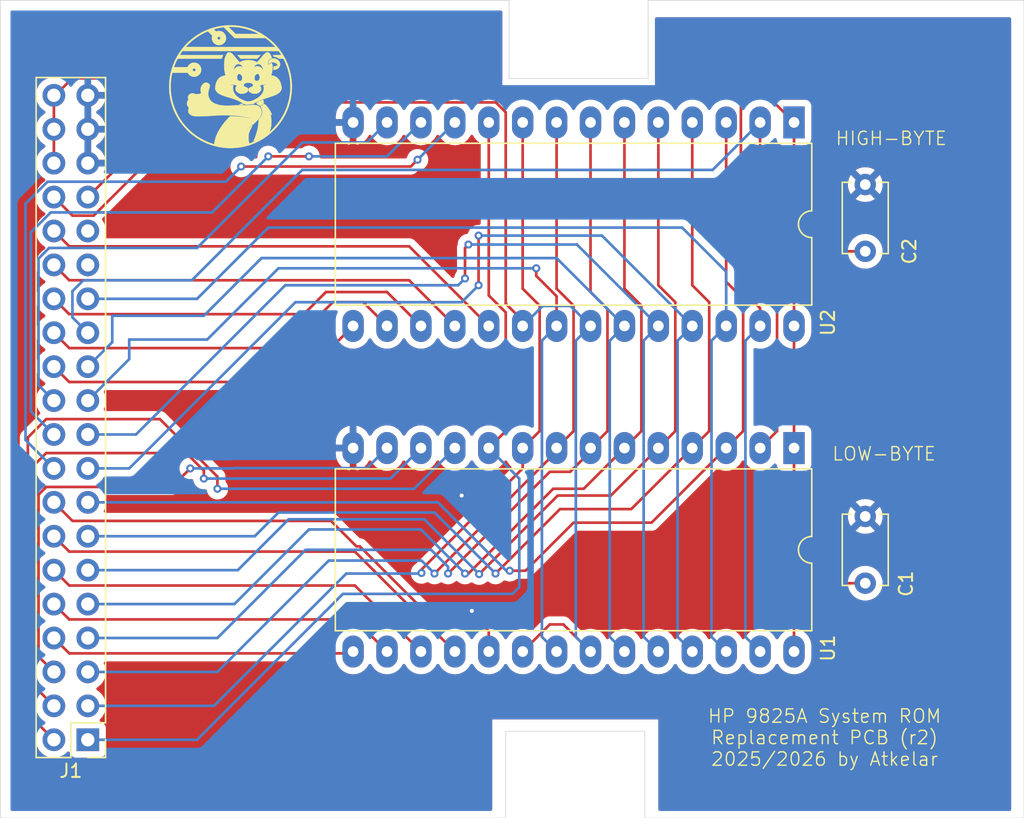
<source format=kicad_pcb>
(kicad_pcb (version 20221018) (generator pcbnew)
  (layers (0 "F.Cu" signal) (31 "B.Cu" signal) (34 "B.Paste" user) (35 "F.Paste" user) (36 "B.SilkS" user "B.Silkscreen") (37 "F.SilkS" user "F.Silkscreen") (38 "B.Mask" user) (39 "F.Mask" user) (44 "Edge.Cuts" user))
  (net 0 "")
  (net 1 "VCC")
  (net 2 "GND")
  (net 3 "/A0")
  (net 4 "/D0")
  (net 5 "/A1")
  (net 6 "/D1")
  (net 7 "/A2")
  (net 8 "/D2")
  (net 9 "/A3")
  (net 10 "/D3")
  (net 11 "/A4")
  (net 12 "/D4")
  (net 13 "/A5")
  (net 14 "/D5")
  (net 15 "/A6")
  (net 16 "/D6")
  (net 17 "/A7")
  (net 18 "/D7")
  (net 19 "/A8")
  (net 20 "/D8")
  (net 21 "/A9")
  (net 22 "/D9")
  (net 23 "/A10")
  (net 24 "/D10")
  (net 25 "/A11")
  (net 26 "/D11")
  (net 27 "/A12")
  (net 28 "/D12")
  (net 29 "/A13")
  (net 30 "/D13")
  (net 31 "/A14")
  (net 32 "/D14")
  (net 33 "/A15")
  (net 34 "/D15")
  (net 35 "/BankSel")
  (net 36 "/~{SYSROM}")
  (footprint "Package_DIP:DIP-28_W15.24mm_LongPads" (layer "F.Cu") (at 163.576 103.378 -90)
    (fp_text reference "U1" (at 14.986 -2.54 90) (layer "F.SilkS"))
    (fp_text value "TC57256AD")
    (pad "1" thru_hole rect (at 0 0 270) (size 2.4 1.6) (drill 0.8) (layers "*.Cu" "*.Mask") (net 1 "VCC"))
    (pad "2" thru_hole oval (at 0 2.54 270) (size 2.4 1.6) (drill 0.8) (layers "*.Cu" "*.Mask") (net 27 "/A12"))
    (pad "3" thru_hole oval (at 0 5.08 270) (size 2.4 1.6) (drill 0.8) (layers "*.Cu" "*.Mask") (net 17 "/A7"))
    (pad "4" thru_hole oval (at 0 7.62 270) (size 2.4 1.6) (drill 0.8) (layers "*.Cu" "*.Mask") (net 15 "/A6"))
    (pad "5" thru_hole oval (at 0 10.16 270) (size 2.4 1.6) (drill 0.8) (layers "*.Cu" "*.Mask") (net 13 "/A5"))
    (pad "6" thru_hole oval (at 0 12.7 270) (size 2.4 1.6) (drill 0.8) (layers "*.Cu" "*.Mask") (net 11 "/A4"))
    (pad "7" thru_hole oval (at 0 15.24 270) (size 2.4 1.6) (drill 0.8) (layers "*.Cu" "*.Mask") (net 9 "/A3"))
    (pad "8" thru_hole oval (at 0 17.78 270) (size 2.4 1.6) (drill 0.8) (layers "*.Cu" "*.Mask") (net 7 "/A2"))
    (pad "9" thru_hole oval (at 0 20.32 270) (size 2.4 1.6) (drill 0.8) (layers "*.Cu" "*.Mask") (net 5 "/A1"))
    (pad "10" thru_hole oval (at 0 22.86 270) (size 2.4 1.6) (drill 0.8) (layers "*.Cu" "*.Mask") (net 3 "/A0"))
    (pad "11" thru_hole oval (at 0 25.4 270) (size 2.4 1.6) (drill 0.8) (layers "*.Cu" "*.Mask") (net 4 "/D0"))
    (pad "12" thru_hole oval (at 0 27.94 270) (size 2.4 1.6) (drill 0.8) (layers "*.Cu" "*.Mask") (net 6 "/D1"))
    (pad "13" thru_hole oval (at 0 30.48 270) (size 2.4 1.6) (drill 0.8) (layers "*.Cu" "*.Mask") (net 8 "/D2"))
    (pad "14" thru_hole oval (at 0 33.02 270) (size 2.4 1.6) (drill 0.8) (layers "*.Cu" "*.Mask") (net 2 "GND"))
    (pad "15" thru_hole oval (at 15.24 33.02 270) (size 2.4 1.6) (drill 0.8) (layers "*.Cu" "*.Mask") (net 10 "/D3"))
    (pad "16" thru_hole oval (at 15.24 30.48 270) (size 2.4 1.6) (drill 0.8) (layers "*.Cu" "*.Mask") (net 12 "/D4"))
    (pad "17" thru_hole oval (at 15.24 27.94 270) (size 2.4 1.6) (drill 0.8) (layers "*.Cu" "*.Mask") (net 14 "/D5"))
    (pad "18" thru_hole oval (at 15.24 25.4 270) (size 2.4 1.6) (drill 0.8) (layers "*.Cu" "*.Mask") (net 16 "/D6"))
    (pad "19" thru_hole oval (at 15.24 22.86 270) (size 2.4 1.6) (drill 0.8) (layers "*.Cu" "*.Mask") (net 18 "/D7"))
    (pad "20" thru_hole oval (at 15.24 20.32 270) (size 2.4 1.6) (drill 0.8) (layers "*.Cu" "*.Mask") (net 36 "/~{SYSROM}"))
    (pad "21" thru_hole oval (at 15.24 17.78 270) (size 2.4 1.6) (drill 0.8) (layers "*.Cu" "*.Mask") (net 23 "/A10"))
    (pad "22" thru_hole oval (at 15.24 15.24 270) (size 2.4 1.6) (drill 0.8) (layers "*.Cu" "*.Mask") (net 36 "/~{SYSROM}"))
    (pad "23" thru_hole oval (at 15.24 12.7 270) (size 2.4 1.6) (drill 0.8) (layers "*.Cu" "*.Mask") (net 25 "/A11"))
    (pad "24" thru_hole oval (at 15.24 10.16 270) (size 2.4 1.6) (drill 0.8) (layers "*.Cu" "*.Mask") (net 21 "/A9"))
    (pad "25" thru_hole oval (at 15.24 7.62 270) (size 2.4 1.6) (drill 0.8) (layers "*.Cu" "*.Mask") (net 19 "/A8"))
    (pad "26" thru_hole oval (at 15.24 5.08 270) (size 2.4 1.6) (drill 0.8) (layers "*.Cu" "*.Mask") (net 29 "/A13"))
    (pad "27" thru_hole oval (at 15.24 2.54 270) (size 2.4 1.6) (drill 0.8) (layers "*.Cu" "*.Mask") (net 35 "/BankSel"))
    (pad "28" thru_hole oval (at 15.24 0 270) (size 2.4 1.6) (drill 0.8) (layers "*.Cu" "*.Mask") (net 1 "VCC"))
  )
  (footprint "Atkelar_Custom:Atkelar-Logo-2" (layer "F.Cu") (at 121.412 76.2)
    (fp_text reference "G***" hide)
    (fp_text value "LOGO" hide)
  )
  (footprint "Connector_PinHeader_2.54mm:PinHeader_2x20_P2.54mm_Vertical" (layer "F.Cu") (at 110.69 125.222 180)
    (fp_text reference "J1" (at 1.27 -2.33) (layer "F.SilkS"))
    (fp_text value "ROM-PCB")
    (pad "1" thru_hole rect (at 0 0 180) (size 1.7 1.7) (drill 1) (layers "*.Cu" "*.Mask") (net 3 "/A0"))
    (pad "2" thru_hole oval (at 2.54 0 180) (size 1.7 1.7) (drill 1) (layers "*.Cu" "*.Mask") (net 4 "/D0"))
    (pad "3" thru_hole oval (at 0 2.54 180) (size 1.7 1.7) (drill 1) (layers "*.Cu" "*.Mask") (net 5 "/A1"))
    (pad "4" thru_hole oval (at 2.54 2.54 180) (size 1.7 1.7) (drill 1) (layers "*.Cu" "*.Mask") (net 6 "/D1"))
    (pad "5" thru_hole oval (at 0 5.08 180) (size 1.7 1.7) (drill 1) (layers "*.Cu" "*.Mask") (net 7 "/A2"))
    (pad "6" thru_hole oval (at 2.54 5.08 180) (size 1.7 1.7) (drill 1) (layers "*.Cu" "*.Mask") (net 8 "/D2"))
    (pad "7" thru_hole oval (at 0 7.62 180) (size 1.7 1.7) (drill 1) (layers "*.Cu" "*.Mask") (net 9 "/A3"))
    (pad "8" thru_hole oval (at 2.54 7.62 180) (size 1.7 1.7) (drill 1) (layers "*.Cu" "*.Mask") (net 10 "/D3"))
    (pad "9" thru_hole oval (at 0 10.16 180) (size 1.7 1.7) (drill 1) (layers "*.Cu" "*.Mask") (net 11 "/A4"))
    (pad "10" thru_hole oval (at 2.54 10.16 180) (size 1.7 1.7) (drill 1) (layers "*.Cu" "*.Mask") (net 12 "/D4"))
    (pad "11" thru_hole oval (at 0 12.7 180) (size 1.7 1.7) (drill 1) (layers "*.Cu" "*.Mask") (net 13 "/A5"))
    (pad "12" thru_hole oval (at 2.54 12.7 180) (size 1.7 1.7) (drill 1) (layers "*.Cu" "*.Mask") (net 14 "/D5"))
    (pad "13" thru_hole oval (at 0 15.24 180) (size 1.7 1.7) (drill 1) (layers "*.Cu" "*.Mask") (net 15 "/A6"))
    (pad "14" thru_hole oval (at 2.54 15.24 180) (size 1.7 1.7) (drill 1) (layers "*.Cu" "*.Mask") (net 16 "/D6"))
    (pad "15" thru_hole oval (at 0 17.78 180) (size 1.7 1.7) (drill 1) (layers "*.Cu" "*.Mask") (net 17 "/A7"))
    (pad "16" thru_hole oval (at 2.54 17.78 180) (size 1.7 1.7) (drill 1) (layers "*.Cu" "*.Mask") (net 18 "/D7"))
    (pad "17" thru_hole oval (at 0 20.32 180) (size 1.7 1.7) (drill 1) (layers "*.Cu" "*.Mask") (net 19 "/A8"))
    (pad "18" thru_hole oval (at 2.54 20.32 180) (size 1.7 1.7) (drill 1) (layers "*.Cu" "*.Mask") (net 20 "/D8"))
    (pad "19" thru_hole oval (at 0 22.86 180) (size 1.7 1.7) (drill 1) (layers "*.Cu" "*.Mask") (net 21 "/A9"))
    (pad "20" thru_hole oval (at 2.54 22.86 180) (size 1.7 1.7) (drill 1) (layers "*.Cu" "*.Mask") (net 22 "/D9"))
    (pad "21" thru_hole oval (at 0 25.4 180) (size 1.7 1.7) (drill 1) (layers "*.Cu" "*.Mask") (net 23 "/A10"))
    (pad "22" thru_hole oval (at 2.54 25.4 180) (size 1.7 1.7) (drill 1) (layers "*.Cu" "*.Mask") (net 24 "/D10"))
    (pad "23" thru_hole oval (at 0 27.94 180) (size 1.7 1.7) (drill 1) (layers "*.Cu" "*.Mask") (net 25 "/A11"))
    (pad "24" thru_hole oval (at 2.54 27.94 180) (size 1.7 1.7) (drill 1) (layers "*.Cu" "*.Mask") (net 26 "/D11"))
    (pad "25" thru_hole oval (at 0 30.48 180) (size 1.7 1.7) (drill 1) (layers "*.Cu" "*.Mask") (net 27 "/A12"))
    (pad "26" thru_hole oval (at 2.54 30.48 180) (size 1.7 1.7) (drill 1) (layers "*.Cu" "*.Mask") (net 28 "/D12"))
    (pad "27" thru_hole oval (at 0 33.02 180) (size 1.7 1.7) (drill 1) (layers "*.Cu" "*.Mask") (net 29 "/A13"))
    (pad "28" thru_hole oval (at 2.54 33.02 180) (size 1.7 1.7) (drill 1) (layers "*.Cu" "*.Mask") (net 30 "/D13"))
    (pad "29" thru_hole oval (at 0 35.56 180) (size 1.7 1.7) (drill 1) (layers "*.Cu" "*.Mask") (net 31 "/A14"))
    (pad "30" thru_hole oval (at 2.54 35.56 180) (size 1.7 1.7) (drill 1) (layers "*.Cu" "*.Mask") (net 32 "/D14"))
    (pad "31" thru_hole oval (at 0 38.1 180) (size 1.7 1.7) (drill 1) (layers "*.Cu" "*.Mask") (net 33 "/A15"))
    (pad "32" thru_hole oval (at 2.54 38.1 180) (size 1.7 1.7) (drill 1) (layers "*.Cu" "*.Mask") (net 34 "/D15"))
    (pad "33" thru_hole oval (at 0 40.64 180) (size 1.7 1.7) (drill 1) (layers "*.Cu" "*.Mask") (net 35 "/BankSel"))
    (pad "34" thru_hole oval (at 2.54 40.64 180) (size 1.7 1.7) (drill 1) (layers "*.Cu" "*.Mask") (net 36 "/~{SYSROM}"))
    (pad "35" thru_hole oval (at 0 43.18 180) (size 1.7 1.7) (drill 1) (layers "*.Cu" "*.Mask") (net 2 "GND"))
    (pad "36" thru_hole oval (at 2.54 43.18 180) (size 1.7 1.7) (drill 1) (layers "*.Cu" "*.Mask") (net 1 "VCC"))
    (pad "37" thru_hole oval (at 0 45.72 180) (size 1.7 1.7) (drill 1) (layers "*.Cu" "*.Mask") (net 2 "GND"))
    (pad "38" thru_hole oval (at 2.54 45.72 180) (size 1.7 1.7) (drill 1) (layers "*.Cu" "*.Mask") (net 1 "VCC"))
    (pad "39" thru_hole oval (at 0 48.26 180) (size 1.7 1.7) (drill 1) (layers "*.Cu" "*.Mask") (net 2 "GND"))
    (pad "40" thru_hole oval (at 2.54 48.26 180) (size 1.7 1.7) (drill 1) (layers "*.Cu" "*.Mask") (net 1 "VCC"))
  )
  (footprint "Capacitor_THT:C_Disc_D5.1mm_W3.2mm_P5.00mm" (layer "F.Cu") (at 168.91 88.646 90)
    (fp_text reference "C2" (at 0 3.302 90) (layer "F.SilkS"))
    (fp_text value "C" hide)
    (pad "1" thru_hole circle (at 0 0 90) (size 1.6 1.6) (drill 0.8) (layers "*.Cu" "*.Mask") (net 1 "VCC"))
    (pad "2" thru_hole circle (at 5 0 90) (size 1.6 1.6) (drill 0.8) (layers "*.Cu" "*.Mask") (net 2 "GND"))
  )
  (footprint "Capacitor_THT:C_Disc_D5.1mm_W3.2mm_P5.00mm" (layer "F.Cu") (at 168.91 113.498 90)
    (fp_text reference "C1" (at -0.04 3.048 90) (layer "F.SilkS"))
    (fp_text value "C" hide)
    (pad "1" thru_hole circle (at 0 0 90) (size 1.6 1.6) (drill 0.8) (layers "*.Cu" "*.Mask") (net 1 "VCC"))
    (pad "2" thru_hole circle (at 5 0 90) (size 1.6 1.6) (drill 0.8) (layers "*.Cu" "*.Mask") (net 2 "GND"))
  )
  (footprint "Package_DIP:DIP-28_W15.24mm_LongPads" (layer "F.Cu") (at 163.576 78.994 -90)
    (fp_text reference "U2" (at 14.986 -2.54 90) (layer "F.SilkS"))
    (fp_text value "TC57256AD")
    (pad "1" thru_hole rect (at 0 0 270) (size 2.4 1.6) (drill 0.8) (layers "*.Cu" "*.Mask") (net 1 "VCC"))
    (pad "2" thru_hole oval (at 0 2.54 270) (size 2.4 1.6) (drill 0.8) (layers "*.Cu" "*.Mask") (net 27 "/A12"))
    (pad "3" thru_hole oval (at 0 5.08 270) (size 2.4 1.6) (drill 0.8) (layers "*.Cu" "*.Mask") (net 17 "/A7"))
    (pad "4" thru_hole oval (at 0 7.62 270) (size 2.4 1.6) (drill 0.8) (layers "*.Cu" "*.Mask") (net 15 "/A6"))
    (pad "5" thru_hole oval (at 0 10.16 270) (size 2.4 1.6) (drill 0.8) (layers "*.Cu" "*.Mask") (net 13 "/A5"))
    (pad "6" thru_hole oval (at 0 12.7 270) (size 2.4 1.6) (drill 0.8) (layers "*.Cu" "*.Mask") (net 11 "/A4"))
    (pad "7" thru_hole oval (at 0 15.24 270) (size 2.4 1.6) (drill 0.8) (layers "*.Cu" "*.Mask") (net 9 "/A3"))
    (pad "8" thru_hole oval (at 0 17.78 270) (size 2.4 1.6) (drill 0.8) (layers "*.Cu" "*.Mask") (net 7 "/A2"))
    (pad "9" thru_hole oval (at 0 20.32 270) (size 2.4 1.6) (drill 0.8) (layers "*.Cu" "*.Mask") (net 5 "/A1"))
    (pad "10" thru_hole oval (at 0 22.86 270) (size 2.4 1.6) (drill 0.8) (layers "*.Cu" "*.Mask") (net 3 "/A0"))
    (pad "11" thru_hole oval (at 0 25.4 270) (size 2.4 1.6) (drill 0.8) (layers "*.Cu" "*.Mask") (net 20 "/D8"))
    (pad "12" thru_hole oval (at 0 27.94 270) (size 2.4 1.6) (drill 0.8) (layers "*.Cu" "*.Mask") (net 22 "/D9"))
    (pad "13" thru_hole oval (at 0 30.48 270) (size 2.4 1.6) (drill 0.8) (layers "*.Cu" "*.Mask") (net 24 "/D10"))
    (pad "14" thru_hole oval (at 0 33.02 270) (size 2.4 1.6) (drill 0.8) (layers "*.Cu" "*.Mask") (net 2 "GND"))
    (pad "15" thru_hole oval (at 15.24 33.02 270) (size 2.4 1.6) (drill 0.8) (layers "*.Cu" "*.Mask") (net 26 "/D11"))
    (pad "16" thru_hole oval (at 15.24 30.48 270) (size 2.4 1.6) (drill 0.8) (layers "*.Cu" "*.Mask") (net 28 "/D12"))
    (pad "17" thru_hole oval (at 15.24 27.94 270) (size 2.4 1.6) (drill 0.8) (layers "*.Cu" "*.Mask") (net 30 "/D13"))
    (pad "18" thru_hole oval (at 15.24 25.4 270) (size 2.4 1.6) (drill 0.8) (layers "*.Cu" "*.Mask") (net 32 "/D14"))
    (pad "19" thru_hole oval (at 15.24 22.86 270) (size 2.4 1.6) (drill 0.8) (layers "*.Cu" "*.Mask") (net 34 "/D15"))
    (pad "20" thru_hole oval (at 15.24 20.32 270) (size 2.4 1.6) (drill 0.8) (layers "*.Cu" "*.Mask") (net 36 "/~{SYSROM}"))
    (pad "21" thru_hole oval (at 15.24 17.78 270) (size 2.4 1.6) (drill 0.8) (layers "*.Cu" "*.Mask") (net 23 "/A10"))
    (pad "22" thru_hole oval (at 15.24 15.24 270) (size 2.4 1.6) (drill 0.8) (layers "*.Cu" "*.Mask") (net 36 "/~{SYSROM}"))
    (pad "23" thru_hole oval (at 15.24 12.7 270) (size 2.4 1.6) (drill 0.8) (layers "*.Cu" "*.Mask") (net 25 "/A11"))
    (pad "24" thru_hole oval (at 15.24 10.16 270) (size 2.4 1.6) (drill 0.8) (layers "*.Cu" "*.Mask") (net 21 "/A9"))
    (pad "25" thru_hole oval (at 15.24 7.62 270) (size 2.4 1.6) (drill 0.8) (layers "*.Cu" "*.Mask") (net 19 "/A8"))
    (pad "26" thru_hole oval (at 15.24 5.08 270) (size 2.4 1.6) (drill 0.8) (layers "*.Cu" "*.Mask") (net 29 "/A13"))
    (pad "27" thru_hole oval (at 15.24 2.54 270) (size 2.4 1.6) (drill 0.8) (layers "*.Cu" "*.Mask") (net 35 "/BankSel"))
    (pad "28" thru_hole oval (at 15.24 0 270) (size 2.4 1.6) (drill 0.8) (layers "*.Cu" "*.Mask") (net 1 "VCC"))
  )
  (gr_line (start 180.794 131.064) (end 152.4 131.064) (stroke (width 0.05)) (layer "Edge.Cuts"))
  (gr_line (start 152.654 75.692) (end 152.654 69.85) (stroke (width 0.05)) (layer "Edge.Cuts"))
  (gr_line (start 180.794 69.85) (end 180.794 131.064) (stroke (width 0.05)) (layer "Edge.Cuts"))
  (gr_line (start 152.4 124.587) (end 152.4 131.064) (stroke (width 0.05)) (layer "Edge.Cuts"))
  (gr_line (start 104.14 69.85) (end 104.14 131.064) (stroke (width 0.05)) (layer "Edge.Cuts"))
  (gr_line (start 142.24 75.692) (end 152.654 75.692) (stroke (width 0.05)) (layer "Edge.Cuts"))
  (gr_line (start 104.14 69.85) (end 142.24 69.85) (stroke (width 0.05)) (layer "Edge.Cuts"))
  (gr_line (start 141.986 131.064) (end 104.14 131.064) (stroke (width 0.05)) (layer "Edge.Cuts"))
  (gr_line (start 152.654 69.85) (end 180.794 69.85) (stroke (width 0.05)) (layer "Edge.Cuts"))
  (gr_line (start 152.4 124.587) (end 141.986 124.587) (stroke (width 0.05)) (layer "Edge.Cuts"))
  (gr_line (start 141.986 124.587) (end 141.986 131.064) (stroke (width 0.05)) (layer "Edge.Cuts"))
  (gr_line (start 142.24 75.692) (end 142.24 69.85) (stroke (width 0.05)) (layer "Edge.Cuts"))
  (gr_text "HP 9825A System ROM\nReplacement PCB (r2)\n2025/2026 by Atkelar" (at 165.862 127.254) (layer "F.SilkS") (effects (font (size 1 1) (thickness 0.1)) (justify bottom)))
  (gr_text "HIGH-BYTE" (at 166.624 80.772) (layer "F.SilkS") (effects (font (size 1 1) (thickness 0.1)) (justify left bottom)))
  (gr_text "LOW-BYTE" (at 166.37 104.394) (layer "F.SilkS") (effects (font (size 1 1) (thickness 0.1)) (justify left bottom)))
  (segment (start 109.522346 75.692) (end 112.062346 75.692) (width 0.2) (layer "F.Cu") (net 1))
  (segment (start 168.91 113.498) (end 163.616 113.498) (width 0.2) (layer "F.Cu") (net 1))
  (segment (start 108.15 76.962) (end 108.15 79.502) (width 0.2) (layer "F.Cu") (net 1))
  (segment (start 112.062346 75.692) (end 112.824346 76.454) (width 0.2) (layer "F.Cu") (net 1))
  (segment (start 163.576 113.538) (end 163.576 118.618) (width 0.2) (layer "F.Cu") (net 1))
  (segment (start 112.824346 76.454) (end 161.036 76.454) (width 0.2) (layer "F.Cu") (net 1))
  (segment (start 108.15 79.502) (end 108.15 82.042) (width 0.2) (layer "F.Cu") (net 1))
  (segment (start 163.576 78.994) (end 163.576 88.646) (width 0.2) (layer "F.Cu") (net 1))
  (segment (start 161.036 76.454) (end 163.576 78.994) (width 0.2) (layer "F.Cu") (net 1))
  (segment (start 168.91 88.646) (end 163.576 88.646) (width 0.2) (layer "F.Cu") (net 1))
  (segment (start 108.658 76.556346) (end 109.522346 75.692) (width 0.2) (layer "F.Cu") (net 1))
  (segment (start 163.576 88.646) (end 163.576 94.234) (width 0.2) (layer "F.Cu") (net 1))
  (segment (start 163.576 94.234) (end 163.576 103.378) (width 0.2) (layer "F.Cu") (net 1))
  (segment (start 108.658 76.454) (end 108.658 76.556346) (width 0.2) (layer "F.Cu") (net 1))
  (segment (start 163.616 113.498) (end 163.576 113.538) (width 0.2) (layer "F.Cu") (net 1))
  (segment (start 108.15 76.962) (end 108.658 76.454) (width 0.2) (layer "F.Cu") (net 1))
  (segment (start 163.576 103.378) (end 163.576 113.538) (width 0.2) (layer "F.Cu") (net 1))
  (via (at 138.684 106.934) (size 0.6) (drill 0.3) (layers "F.Cu" "B.Cu") (net 2))
  (via (at 139.446 115.57) (size 0.6) (drill 0.3) (layers "F.Cu" "B.Cu") (net 2))
  (segment (start 140.716 91.948) (end 141.986 93.218) (width 0.2) (layer "F.Cu") (net 3))
  (segment (start 141.986 93.218) (end 141.986 102.108) (width 0.2) (layer "F.Cu") (net 3))
  (segment (start 141.986 102.108) (end 140.716 103.378) (width 0.2) (layer "F.Cu") (net 3))
  (segment (start 140.716 78.994) (end 140.716 91.948) (width 0.2) (layer "F.Cu") (net 3))
  (segment (start 143.002 105.664) (end 140.716 103.378) (width 0.2) (layer "B.Cu") (net 3))
  (segment (start 142.494 114.3) (end 143.002 113.792) (width 0.2) (layer "B.Cu") (net 3))
  (segment (start 110.69 125.222) (end 118.872 125.222) (width 0.2) (layer "B.Cu") (net 3))
  (segment (start 143.002 113.792) (end 143.002 105.664) (width 0.2) (layer "B.Cu") (net 3))
  (segment (start 129.794 114.3) (end 142.494 114.3) (width 0.2) (layer "B.Cu") (net 3))
  (segment (start 118.872 125.222) (end 129.794 114.3) (width 0.2) (layer "B.Cu") (net 3))
  (segment (start 106.2 123.272) (end 108.15 125.222) (width 0.2) (layer "F.Cu") (net 4))
  (segment (start 120.396 105.519785) (end 116.088215 101.212) (width 0.2) (layer "F.Cu") (net 4))
  (segment (start 120.396 106.426) (end 120.396 105.519785) (width 0.2) (layer "F.Cu") (net 4))
  (segment (start 116.088215 101.212) (end 107.576 101.212) (width 0.2) (layer "F.Cu") (net 4))
  (segment (start 107.576 101.212) (end 106.2 102.588) (width 0.2) (layer "F.Cu") (net 4))
  (segment (start 106.2 102.588) (end 106.2 123.272) (width 0.2) (layer "F.Cu") (net 4))
  (via (at 120.396 106.426) (size 0.6) (drill 0.3) (layers "F.Cu" "B.Cu") (net 4))
  (segment (start 138.176 103.378) (end 135.128 106.426) (width 0.2) (layer "B.Cu") (net 4))
  (segment (start 135.128 106.426) (end 120.396 106.426) (width 0.2) (layer "B.Cu") (net 4))
  (segment (start 144.526 92.71) (end 144.526 102.108) (width 0.2) (layer "F.Cu") (net 5))
  (segment (start 135.679265 112.732735) (end 135.679265 112.478735) (width 0.2) (layer "F.Cu") (net 5))
  (segment (start 143.256 91.44) (end 144.526 92.71) (width 0.2) (layer "F.Cu") (net 5))
  (segment (start 144.526 102.108) (end 143.256 103.378) (width 0.2) (layer "F.Cu") (net 5))
  (segment (start 135.679265 112.478735) (end 143.256 104.902) (width 0.2) (layer "F.Cu") (net 5))
  (segment (start 143.256 78.994) (end 143.256 91.44) (width 0.2) (layer "F.Cu") (net 5))
  (segment (start 143.256 104.902) (end 143.256 103.378) (width 0.2) (layer "F.Cu") (net 5))
  (via (at 135.679265 112.732735) (size 0.6) (drill 0.3) (layers "F.Cu" "B.Cu") (net 5))
  (segment (start 135.636 112.776) (end 130.048 112.776) (width 0.2) (layer "B.Cu") (net 5))
  (segment (start 135.679265 112.732735) (end 135.636 112.776) (width 0.2) (layer "B.Cu") (net 5))
  (segment (start 130.048 112.776) (end 120.142 122.682) (width 0.2) (layer "B.Cu") (net 5))
  (segment (start 120.142 122.682) (end 110.69 122.682) (width 0.2) (layer "B.Cu") (net 5))
  (segment (start 106.6 121.132) (end 108.15 122.682) (width 0.2) (layer "F.Cu") (net 6))
  (segment (start 107.576 103.752) (end 106.6 104.728) (width 0.2) (layer "F.Cu") (net 6))
  (segment (start 119.38 105.664) (end 119.38 105.069471) (width 0.2) (layer "F.Cu") (net 6))
  (segment (start 118.062529 103.752) (end 107.576 103.752) (width 0.2) (layer "F.Cu") (net 6))
  (segment (start 106.6 104.728) (end 106.6 121.132) (width 0.2) (layer "F.Cu") (net 6))
  (segment (start 119.38 105.069471) (end 118.062529 103.752) (width 0.2) (layer "F.Cu") (net 6))
  (via (at 119.38 105.664) (size 0.6) (drill 0.3) (layers "F.Cu" "B.Cu") (net 6))
  (segment (start 133.35 105.664) (end 119.38 105.664) (width 0.2) (layer "B.Cu") (net 6))
  (segment (start 135.636 103.378) (end 133.35 105.664) (width 0.2) (layer "B.Cu") (net 6))
  (segment (start 147.066 102.108) (end 145.796 103.378) (width 0.2) (layer "F.Cu") (net 7))
  (segment (start 147.066 92.71) (end 147.066 102.108) (width 0.2) (layer "F.Cu") (net 7))
  (segment (start 145.796 91.44) (end 147.066 92.71) (width 0.2) (layer "F.Cu") (net 7))
  (segment (start 145.796 78.994) (end 145.796 91.44) (width 0.2) (layer "F.Cu") (net 7))
  (segment (start 136.652 112.776) (end 145.796 103.632) (width 0.2) (layer "F.Cu") (net 7))
  (segment (start 145.796 103.632) (end 145.796 103.378) (width 0.2) (layer "F.Cu") (net 7))
  (via (at 136.652 112.776) (size 0.6) (drill 0.3) (layers "F.Cu" "B.Cu") (net 7))
  (segment (start 120.396 120.142) (end 110.69 120.142) (width 0.2) (layer "B.Cu") (net 7))
  (segment (start 136.652 112.776) (end 135.679265 111.803265) (width 0.2) (layer "B.Cu") (net 7))
  (segment (start 128.734735 111.803265) (end 120.396 120.142) (width 0.2) (layer "B.Cu") (net 7))
  (segment (start 135.679265 111.803265) (end 128.734735 111.803265) (width 0.2) (layer "B.Cu") (net 7))
  (segment (start 107.576 106.292) (end 107 106.868) (width 0.2) (layer "F.Cu") (net 8))
  (segment (start 107 118.992) (end 108.15 120.142) (width 0.2) (layer "F.Cu") (net 8))
  (segment (start 116.974 106.292) (end 107.576 106.292) (width 0.2) (layer "F.Cu") (net 8))
  (segment (start 118.364 104.902) (end 116.974 106.292) (width 0.2) (layer "F.Cu") (net 8))
  (segment (start 107 106.868) (end 107 118.992) (width 0.2) (layer "F.Cu") (net 8))
  (via (at 118.364 104.902) (size 0.6) (drill 0.3) (layers "F.Cu" "B.Cu") (net 8))
  (segment (start 131.596 104.878) (end 133.096 103.378) (width 0.2) (layer "B.Cu") (net 8))
  (segment (start 118.364 104.902) (end 121.618 104.902) (width 0.2) (layer "B.Cu") (net 8))
  (segment (start 121.618 104.902) (end 121.642 104.878) (width 0.2) (layer "B.Cu") (net 8))
  (segment (start 121.642 104.878) (end 131.596 104.878) (width 0.2) (layer "B.Cu") (net 8))
  (segment (start 149.606 102.108) (end 148.336 103.378) (width 0.2) (layer "F.Cu") (net 9))
  (segment (start 148.336 78.994) (end 148.336 91.694) (width 0.2) (layer "F.Cu") (net 9))
  (segment (start 149.606 92.964) (end 149.606 102.108) (width 0.2) (layer "F.Cu") (net 9))
  (segment (start 145.288 105.156) (end 146.812 105.156) (width 0.2) (layer "F.Cu") (net 9))
  (segment (start 148.336 103.632) (end 148.336 103.378) (width 0.2) (layer "F.Cu") (net 9))
  (segment (start 146.812 105.156) (end 148.336 103.632) (width 0.2) (layer "F.Cu") (net 9))
  (segment (start 148.336 91.694) (end 149.606 92.964) (width 0.2) (layer "F.Cu") (net 9))
  (segment (start 137.668 112.776) (end 145.288 105.156) (width 0.2) (layer "F.Cu") (net 9))
  (via (at 137.668 112.776) (size 0.6) (drill 0.3) (layers "F.Cu" "B.Cu") (net 9))
  (segment (start 120.396 117.602) (end 120.904 117.094) (width 0.2) (layer "B.Cu") (net 9))
  (segment (start 127 110.998) (end 136.398 110.998) (width 0.2) (layer "B.Cu") (net 9))
  (segment (start 136.398 110.998) (end 137.668 112.268) (width 0.2) (layer "B.Cu") (net 9))
  (segment (start 110.69 117.602) (end 120.396 117.602) (width 0.2) (layer "B.Cu") (net 9))
  (segment (start 120.904 117.094) (end 127 110.998) (width 0.2) (layer "B.Cu") (net 9))
  (segment (start 137.668 112.268) (end 137.668 112.776) (width 0.2) (layer "B.Cu") (net 9))
  (segment (start 130.422 118.752) (end 109.3 118.752) (width 0.2) (layer "F.Cu") (net 10))
  (segment (start 130.556 118.618) (end 130.422 118.752) (width 0.2) (layer "F.Cu") (net 10))
  (segment (start 109.3 118.752) (end 108.15 117.602) (width 0.2) (layer "F.Cu") (net 10))
  (segment (start 150.876 78.994) (end 150.876 91.44) (width 0.2) (layer "F.Cu") (net 11))
  (segment (start 139.192 112.776) (end 145.542 106.426) (width 0.2) (layer "F.Cu") (net 11))
  (segment (start 147.828 106.426) (end 150.876 103.378) (width 0.2) (layer "F.Cu") (net 11))
  (segment (start 152.146 102.108) (end 150.876 103.378) (width 0.2) (layer "F.Cu") (net 11))
  (segment (start 152.146 92.71) (end 152.146 102.108) (width 0.2) (layer "F.Cu") (net 11))
  (segment (start 150.876 91.44) (end 152.146 92.71) (width 0.2) (layer "F.Cu") (net 11))
  (segment (start 138.938 112.776) (end 139.192 112.776) (width 0.2) (layer "F.Cu") (net 11))
  (segment (start 145.542 106.426) (end 147.828 106.426) (width 0.2) (layer "F.Cu") (net 11))
  (via (at 138.938 112.776) (size 0.6) (drill 0.3) (layers "F.Cu" "B.Cu") (net 11))
  (segment (start 121.666 115.062) (end 127.254 109.474) (width 0.2) (layer "B.Cu") (net 11))
  (segment (start 110.69 115.062) (end 121.666 115.062) (width 0.2) (layer "B.Cu") (net 11))
  (segment (start 127.254 109.474) (end 135.636 109.474) (width 0.2) (layer "B.Cu") (net 11))
  (segment (start 135.636 109.474) (end 138.938 112.776) (width 0.2) (layer "B.Cu") (net 11))
  (segment (start 109.3 116.212) (end 108.15 115.062) (width 0.2) (layer "F.Cu") (net 12))
  (segment (start 130.69 116.212) (end 109.3 116.212) (width 0.2) (layer "F.Cu") (net 12))
  (segment (start 133.096 118.618) (end 130.69 116.212) (width 0.2) (layer "F.Cu") (net 12))
  (segment (start 139.997265 112.819265) (end 145.88253 106.934) (width 0.2) (layer "F.Cu") (net 13))
  (segment (start 153.416 91.186) (end 154.686 92.456) (width 0.2) (layer "F.Cu") (net 13))
  (segment (start 145.88253 106.934) (end 149.86 106.934) (width 0.2) (layer "F.Cu") (net 13))
  (segment (start 149.86 106.934) (end 153.416 103.378) (width 0.2) (layer "F.Cu") (net 13))
  (segment (start 154.686 102.108) (end 153.416 103.378) (width 0.2) (layer "F.Cu") (net 13))
  (segment (start 154.686 92.456) (end 154.686 102.108) (width 0.2) (layer "F.Cu") (net 13))
  (segment (start 153.416 78.994) (end 153.416 91.186) (width 0.2) (layer "F.Cu") (net 13))
  (via (at 139.997265 112.819265) (size 0.6) (drill 0.3) (layers "F.Cu" "B.Cu") (net 13))
  (segment (start 125.73 108.712) (end 135.89 108.712) (width 0.2) (layer "B.Cu") (net 13))
  (segment (start 135.89 108.712) (end 139.997265 112.819265) (width 0.2) (layer "B.Cu") (net 13))
  (segment (start 121.92 112.522) (end 124.206 110.236) (width 0.2) (layer "B.Cu") (net 13))
  (segment (start 110.69 112.522) (end 121.92 112.522) (width 0.2) (layer "B.Cu") (net 13))
  (segment (start 124.206 110.236) (end 125.73 108.712) (width 0.2) (layer "B.Cu") (net 13))
  (segment (start 130.69 113.672) (end 109.3 113.672) (width 0.2) (layer "F.Cu") (net 14))
  (segment (start 109.3 113.672) (end 108.15 112.522) (width 0.2) (layer "F.Cu") (net 14))
  (segment (start 135.636 118.618) (end 130.69 113.672) (width 0.2) (layer "F.Cu") (net 14))
  (segment (start 155.956 78.994) (end 155.956 91.186) (width 0.2) (layer "F.Cu") (net 15))
  (segment (start 157.226 102.108) (end 155.956 103.378) (width 0.2) (layer "F.Cu") (net 15))
  (segment (start 157.226 92.456) (end 157.226 102.108) (width 0.2) (layer "F.Cu") (net 15))
  (segment (start 155.956 91.186) (end 157.226 92.456) (width 0.2) (layer "F.Cu") (net 15))
  (segment (start 151.384 107.95) (end 155.956 103.378) (width 0.2) (layer "F.Cu") (net 15))
  (segment (start 141.224 112.776) (end 146.05 107.95) (width 0.2) (layer "F.Cu") (net 15))
  (segment (start 146.05 107.95) (end 151.384 107.95) (width 0.2) (layer "F.Cu") (net 15))
  (via (at 141.224 112.776) (size 0.6) (drill 0.3) (layers "F.Cu" "B.Cu") (net 15))
  (segment (start 123.19 109.982) (end 124.968 108.204) (width 0.2) (layer "B.Cu") (net 15))
  (segment (start 124.968 108.204) (end 136.652 108.204) (width 0.2) (layer "B.Cu") (net 15))
  (segment (start 136.652 108.204) (end 141.224 112.776) (width 0.2) (layer "B.Cu") (net 15))
  (segment (start 110.69 109.982) (end 123.19 109.982) (width 0.2) (layer "B.Cu") (net 15))
  (segment (start 138.176 118.618) (end 130.69 111.132) (width 0.2) (layer "F.Cu") (net 16))
  (segment (start 109.3 111.132) (end 108.15 109.982) (width 0.2) (layer "F.Cu") (net 16))
  (segment (start 130.69 111.132) (end 109.3 111.132) (width 0.2) (layer "F.Cu") (net 16))
  (segment (start 147.066 108.966) (end 152.908 108.966) (width 0.2) (layer "F.Cu") (net 17))
  (segment (start 158.496 90.932) (end 159.766 92.202) (width 0.2) (layer "F.Cu") (net 17))
  (segment (start 159.766 102.108) (end 158.496 103.378) (width 0.2) (layer "F.Cu") (net 17))
  (segment (start 142.283265 112.565265) (end 143.466735 112.565265) (width 0.2) (layer "F.Cu") (net 17))
  (segment (start 152.908 108.966) (end 158.496 103.378) (width 0.2) (layer "F.Cu") (net 17))
  (segment (start 158.496 78.994) (end 158.496 90.932) (width 0.2) (layer "F.Cu") (net 17))
  (segment (start 143.466735 112.565265) (end 147.066 108.966) (width 0.2) (layer "F.Cu") (net 17))
  (segment (start 159.766 92.202) (end 159.766 102.108) (width 0.2) (layer "F.Cu") (net 17))
  (via (at 142.283265 112.565265) (size 0.6) (drill 0.3) (layers "F.Cu" "B.Cu") (net 17))
  (segment (start 110.69 107.442) (end 136.738529 107.442) (width 0.2) (layer "B.Cu") (net 17))
  (segment (start 136.906 107.442) (end 142.029265 112.565265) (width 0.2) (layer "B.Cu") (net 17))
  (segment (start 142.029265 112.565265) (end 142.283265 112.565265) (width 0.2) (layer "B.Cu") (net 17))
  (segment (start 136.738529 107.442) (end 136.906 107.442) (width 0.2) (layer "B.Cu") (net 17))
  (segment (start 140.716 117.094) (end 140.716 118.618) (width 0.2) (layer "F.Cu") (net 18))
  (segment (start 136.652 116.332) (end 139.954 116.332) (width 0.2) (layer "F.Cu") (net 18))
  (segment (start 108.15 107.442) (end 109.54 108.832) (width 0.2) (layer "F.Cu") (net 18))
  (segment (start 131.064 110.744) (end 136.652 116.332) (width 0.2) (layer "F.Cu") (net 18))
  (segment (start 139.954 116.332) (end 140.716 117.094) (width 0.2) (layer "F.Cu") (net 18))
  (segment (start 130.81 110.744) (end 131.064 110.744) (width 0.2) (layer "F.Cu") (net 18))
  (segment (start 109.54 108.832) (end 128.898 108.832) (width 0.2) (layer "F.Cu") (net 18))
  (segment (start 128.898 108.832) (end 130.81 110.744) (width 0.2) (layer "F.Cu") (net 18))
  (segment (start 139.954 91.186) (end 139.954 87.468) (width 0.2) (layer "F.Cu") (net 19))
  (via (at 139.954 87.468) (size 0.6) (drill 0.3) (layers "F.Cu" "B.Cu") (net 19))
  (via (at 139.954 91.186) (size 0.6) (drill 0.3) (layers "F.Cu" "B.Cu") (net 19))
  (segment (start 113.792 104.902) (end 126.238 92.456) (width 0.2) (layer "B.Cu") (net 19))
  (segment (start 138.684 92.456) (end 139.954 91.186) (width 0.2) (layer "B.Cu") (net 19))
  (segment (start 126.238 92.456) (end 138.684 92.456) (width 0.2) (layer "B.Cu") (net 19))
  (segment (start 154.856 117.518) (end 154.856 95.334) (width 0.2) (layer "B.Cu") (net 19))
  (segment (start 149.19 87.468) (end 155.956 94.234) (width 0.2) (layer "B.Cu") (net 19))
  (segment (start 139.954 87.468) (end 149.19 87.468) (width 0.2) (layer "B.Cu") (net 19))
  (segment (start 154.856 95.334) (end 155.956 94.234) (width 0.2) (layer "B.Cu") (net 19))
  (segment (start 155.956 118.618) (end 154.856 117.518) (width 0.2) (layer "B.Cu") (net 19))
  (segment (start 110.69 104.902) (end 113.792 104.902) (width 0.2) (layer "B.Cu") (net 19))
  (segment (start 134.874 82.296) (end 122.174 82.296) (width 0.2) (layer "F.Cu") (net 20))
  (segment (start 135.382 81.788) (end 134.874 82.296) (width 0.2) (layer "F.Cu") (net 20))
  (via (at 122.174 82.296) (size 0.6) (drill 0.3) (layers "F.Cu" "B.Cu") (net 20))
  (via (at 135.382 81.788) (size 0.6) (drill 0.3) (layers "F.Cu" "B.Cu") (net 20))
  (segment (start 106.026 102.778) (end 108.15 104.902) (width 0.2) (layer "B.Cu") (net 20))
  (segment (start 122.174 82.296) (end 121.038 83.432) (width 0.2) (layer "B.Cu") (net 20))
  (segment (start 121.038 83.432) (end 107.673654 83.432) (width 0.2) (layer "B.Cu") (net 20))
  (segment (start 107.673654 83.432) (end 106.026 85.079654) (width 0.2) (layer "B.Cu") (net 20))
  (segment (start 138.176 78.994) (end 135.382 81.788) (width 0.2) (layer "B.Cu") (net 20))
  (segment (start 106.026 85.079654) (end 106.026 102.778) (width 0.2) (layer "B.Cu") (net 20))
  (segment (start 138.938 90.678) (end 138.938 88.392) (width 0.2) (layer "F.Cu") (net 21))
  (segment (start 138.938 88.392) (end 139.192 88.138) (width 0.2) (layer "F.Cu") (net 21))
  (via (at 138.938 90.678) (size 0.6) (drill 0.3) (layers "F.Cu" "B.Cu") (net 21))
  (via (at 139.192 88.138) (size 0.6) (drill 0.3) (layers "F.Cu" "B.Cu") (net 21))
  (segment (start 138.43 91.186) (end 138.938 90.678) (width 0.2) (layer "B.Cu") (net 21))
  (segment (start 110.69 102.362) (end 114.3 102.362) (width 0.2) (layer "B.Cu") (net 21))
  (segment (start 147.32 88.138) (end 153.416 94.234) (width 0.2) (layer "B.Cu") (net 21))
  (segment (start 114.3 102.362) (end 125.476 91.186) (width 0.2) (layer "B.Cu") (net 21))
  (segment (start 125.476 91.186) (end 138.43 91.186) (width 0.2) (layer "B.Cu") (net 21))
  (segment (start 153.416 118.618) (end 152.316 117.518) (width 0.2) (layer "B.Cu") (net 21))
  (segment (start 139.192 88.138) (end 147.32 88.138) (width 0.2) (layer "B.Cu") (net 21))
  (segment (start 152.316 117.518) (end 152.316 95.334) (width 0.2) (layer "B.Cu") (net 21))
  (segment (start 152.316 95.334) (end 153.416 94.234) (width 0.2) (layer "B.Cu") (net 21))
  (segment (start 127.254 81.534) (end 124.206 81.534) (width 0.2) (layer "F.Cu") (net 22))
  (via (at 127.254 81.534) (size 0.6) (drill 0.3) (layers "F.Cu" "B.Cu") (net 22))
  (via (at 124.206 81.534) (size 0.6) (drill 0.3) (layers "F.Cu" "B.Cu") (net 22))
  (segment (start 107.913654 85.732) (end 106.426 87.219654) (width 0.2) (layer "B.Cu") (net 22))
  (segment (start 120.008 85.732) (end 107.913654 85.732) (width 0.2) (layer "B.Cu") (net 22))
  (segment (start 133.096 81.534) (end 127.254 81.534) (width 0.2) (layer "B.Cu") (net 22))
  (segment (start 106.426 87.219654) (end 106.426 100.638) (width 0.2) (layer "B.Cu") (net 22))
  (segment (start 124.206 81.534) (end 120.008 85.732) (width 0.2) (layer "B.Cu") (net 22))
  (segment (start 135.636 78.994) (end 133.096 81.534) (width 0.2) (layer "B.Cu") (net 22))
  (segment (start 106.426 100.638) (end 108.15 102.362) (width 0.2) (layer "B.Cu") (net 22))
  (segment (start 144.272 90.481686) (end 145.796 92.005686) (width 0.2) (layer "F.Cu") (net 23))
  (segment (start 145.796 92.005686) (end 145.796 94.234) (width 0.2) (layer "F.Cu") (net 23))
  (segment (start 144.272 89.916) (end 144.272 90.481686) (width 0.2) (layer "F.Cu") (net 23))
  (via (at 144.272 89.916) (size 0.6) (drill 0.3) (layers "F.Cu" "B.Cu") (net 23))
  (segment (start 113.792 96.72) (end 113.792 95.25) (width 0.2) (layer "B.Cu") (net 23))
  (segment (start 122.174 92.71) (end 124.968 89.916) (width 0.2) (layer "B.Cu") (net 23))
  (segment (start 113.792 95.25) (end 119.634 95.25) (width 0.2) (layer "B.Cu") (net 23))
  (segment (start 145.796 118.618) (end 144.696 117.518) (width 0.2) (layer "B.Cu") (net 23))
  (segment (start 110.69 99.822) (end 113.792 96.72) (width 0.2) (layer "B.Cu") (net 23))
  (segment (start 144.696 95.334) (end 145.796 94.234) (width 0.2) (layer "B.Cu") (net 23))
  (segment (start 124.968 89.916) (end 144.272 89.916) (width 0.2) (layer "B.Cu") (net 23))
  (segment (start 144.696 117.518) (end 144.696 95.334) (width 0.2) (layer "B.Cu") (net 23))
  (segment (start 119.634 95.25) (end 122.174 92.71) (width 0.2) (layer "B.Cu") (net 23))
  (segment (start 107.793654 88.392) (end 107 89.185654) (width 0.2) (layer "B.Cu") (net 24))
  (segment (start 118.872 88.392) (end 107.793654 88.392) (width 0.2) (layer "B.Cu") (net 24))
  (segment (start 131.596 80.494) (end 126.77 80.494) (width 0.2) (layer "B.Cu") (net 24))
  (segment (start 133.096 78.994) (end 131.596 80.494) (width 0.2) (layer "B.Cu") (net 24))
  (segment (start 107 89.185654) (end 107 98.672) (width 0.2) (layer "B.Cu") (net 24))
  (segment (start 126.77 80.494) (end 118.872 88.392) (width 0.2) (layer "B.Cu") (net 24))
  (segment (start 107 98.672) (end 108.15 99.822) (width 0.2) (layer "B.Cu") (net 24))
  (segment (start 123.698 89.154) (end 145.796 89.154) (width 0.2) (layer "B.Cu") (net 25))
  (segment (start 112.522 95.45) (end 112.522 93.472) (width 0.2) (layer "B.Cu") (net 25))
  (segment (start 145.796 89.154) (end 150.876 94.234) (width 0.2) (layer "B.Cu") (net 25))
  (segment (start 112.522 93.472) (end 119.38 93.472) (width 0.2) (layer "B.Cu") (net 25))
  (segment (start 149.776 95.334) (end 150.876 94.234) (width 0.2) (layer "B.Cu") (net 25))
  (segment (start 150.876 118.618) (end 149.776 117.518) (width 0.2) (layer "B.Cu") (net 25))
  (segment (start 110.69 97.282) (end 112.522 95.45) (width 0.2) (layer "B.Cu") (net 25))
  (segment (start 149.776 117.518) (end 149.776 95.334) (width 0.2) (layer "B.Cu") (net 25))
  (segment (start 119.38 93.472) (end 123.698 89.154) (width 0.2) (layer "B.Cu") (net 25))
  (segment (start 126.358 98.432) (end 130.556 94.234) (width 0.2) (layer "F.Cu") (net 26))
  (segment (start 109.3 98.432) (end 126.358 98.432) (width 0.2) (layer "F.Cu") (net 26))
  (segment (start 108.15 97.282) (end 109.3 98.432) (width 0.2) (layer "F.Cu") (net 26))
  (segment (start 161.036 90.932) (end 162.306 92.202) (width 0.2) (layer "F.Cu") (net 27))
  (segment (start 162.306 102.108) (end 161.036 103.378) (width 0.2) (layer "F.Cu") (net 27))
  (segment (start 162.306 92.202) (end 162.306 102.108) (width 0.2) (layer "F.Cu") (net 27))
  (segment (start 161.036 78.994) (end 161.036 90.932) (width 0.2) (layer "F.Cu") (net 27))
  (segment (start 161.036 78.994) (end 157.48 82.55) (width 0.2) (layer "B.Cu") (net 27))
  (segment (start 109.54 91.628) (end 109.54 93.592) (width 0.2) (layer "B.Cu") (net 27))
  (segment (start 157.48 82.55) (end 126.746 82.55) (width 0.2) (layer "B.Cu") (net 27))
  (segment (start 126.746 82.55) (end 118.484 90.812) (width 0.2) (layer "B.Cu") (net 27))
  (segment (start 118.484 90.812) (end 110.356 90.812) (width 0.2) (layer "B.Cu") (net 27))
  (segment (start 110.356 90.812) (end 109.54 91.628) (width 0.2) (layer "B.Cu") (net 27))
  (segment (start 109.54 93.592) (end 110.69 94.742) (width 0.2) (layer "B.Cu") (net 27))
  (segment (start 109.3 95.892) (end 125.596 95.892) (width 0.2) (layer "F.Cu") (net 28))
  (segment (start 125.596 95.892) (end 129.032 92.456) (width 0.2) (layer "F.Cu") (net 28))
  (segment (start 108.15 94.742) (end 109.3 95.892) (width 0.2) (layer "F.Cu") (net 28))
  (segment (start 129.032 92.456) (end 131.318 92.456) (width 0.2) (layer "F.Cu") (net 28))
  (segment (start 131.318 92.456) (end 133.096 94.234) (width 0.2) (layer "F.Cu") (net 28))
  (segment (start 158.496 90.17) (end 158.496 94.234) (width 0.2) (layer "B.Cu") (net 29))
  (segment (start 157.396 95.334) (end 158.496 94.234) (width 0.2) (layer "B.Cu") (net 29))
  (segment (start 110.69 92.202) (end 118.872 92.202) (width 0.2) (layer "B.Cu") (net 29))
  (segment (start 155.194 86.868) (end 158.496 90.17) (width 0.2) (layer "B.Cu") (net 29))
  (segment (start 124.206 86.868) (end 155.194 86.868) (width 0.2) (layer "B.Cu") (net 29))
  (segment (start 157.396 117.518) (end 157.396 95.334) (width 0.2) (layer "B.Cu") (net 29))
  (segment (start 158.496 118.618) (end 157.396 117.518) (width 0.2) (layer "B.Cu") (net 29))
  (segment (start 118.872 92.202) (end 124.206 86.868) (width 0.2) (layer "B.Cu") (net 29))
  (segment (start 133.096 91.694) (end 135.636 94.234) (width 0.2) (layer "F.Cu") (net 30))
  (segment (start 109.3 93.352) (end 126.866 93.352) (width 0.2) (layer "F.Cu") (net 30))
  (segment (start 108.15 92.202) (end 109.3 93.352) (width 0.2) (layer "F.Cu") (net 30))
  (segment (start 128.524 91.694) (end 133.096 91.694) (width 0.2) (layer "F.Cu") (net 30))
  (segment (start 126.866 93.352) (end 128.524 91.694) (width 0.2) (layer "F.Cu") (net 30))
  (segment (start 134.754 90.812) (end 138.176 94.234) (width 0.2) (layer "F.Cu") (net 32))
  (segment (start 108.15 89.662) (end 109.3 90.812) (width 0.2) (layer "F.Cu") (net 32))
  (segment (start 109.3 90.812) (end 134.754 90.812) (width 0.2) (layer "F.Cu") (net 32))
  (segment (start 134.754 88.272) (end 140.716 94.234) (width 0.2) (layer "F.Cu") (net 34))
  (segment (start 109.3 88.272) (end 134.754 88.272) (width 0.2) (layer "F.Cu") (net 34))
  (segment (start 108.15 87.122) (end 109.3 88.272) (width 0.2) (layer "F.Cu") (net 34))
  (segment (start 159.596 77.3) (end 159.596 91.466314) (width 0.2) (layer "F.Cu") (net 35))
  (segment (start 161.036 92.906314) (end 161.036 94.234) (width 0.2) (layer "F.Cu") (net 35))
  (segment (start 110.69 84.582) (end 118.31 76.962) (width 0.2) (layer "F.Cu") (net 35))
  (segment (start 159.258 76.962) (end 159.596 77.3) (width 0.2) (layer "F.Cu") (net 35))
  (segment (start 159.596 91.466314) (end 161.036 92.906314) (width 0.2) (layer "F.Cu") (net 35))
  (segment (start 118.31 76.962) (end 159.258 76.962) (width 0.2) (layer "F.Cu") (net 35))
  (segment (start 159.936 95.334) (end 161.036 94.234) (width 0.2) (layer "B.Cu") (net 35))
  (segment (start 159.936 117.518) (end 159.936 95.334) (width 0.2) (layer "B.Cu") (net 35))
  (segment (start 161.036 118.618) (end 159.936 117.518) (width 0.2) (layer "B.Cu") (net 35))
  (segment (start 143.256 93.834) (end 143.256 94.234) (width 0.2) (layer "F.Cu") (net 36))
  (segment (start 109.54 85.972) (end 111.132 85.972) (width 0.2) (layer "F.Cu") (net 36))
  (segment (start 148.336 118.618) (end 146.304 116.586) (width 0.2) (layer "F.Cu") (net 36))
  (segment (start 141.986 92.564) (end 143.256 93.834) (width 0.2) (layer "F.Cu") (net 36))
  (segment (start 108.15 84.582) (end 109.54 85.972) (width 0.2) (layer "F.Cu") (net 36))
  (segment (start 145.288 116.586) (end 143.256 118.618) (width 0.2) (layer "F.Cu") (net 36))
  (segment (start 146.304 116.586) (end 145.288 116.586) (width 0.2) (layer "F.Cu") (net 36))
  (segment (start 111.132 85.972) (end 119.61 77.494) (width 0.2) (layer "F.Cu") (net 36))
  (segment (start 141.248 77.494) (end 141.986 78.232) (width 0.2) (layer "F.Cu") (net 36))
  (segment (start 119.61 77.494) (end 141.248 77.494) (width 0.2) (layer "F.Cu") (net 36))
  (segment (start 141.986 78.232) (end 141.986 92.564) (width 0.2) (layer "F.Cu") (net 36))
  (segment (start 144.756 92.734) (end 143.256 94.234) (width 0.2) (layer "B.Cu") (net 36))
  (segment (start 148.336 94.234) (end 146.836 92.734) (width 0.2) (layer "B.Cu") (net 36))
  (segment (start 147.236 95.334) (end 148.336 94.234) (width 0.2) (layer "B.Cu") (net 36))
  (segment (start 146.836 92.734) (end 144.756 92.734) (width 0.2) (layer "B.Cu") (net 36))
  (segment (start 147.236 117.518) (end 147.236 95.334) (width 0.2) (layer "B.Cu") (net 36))
  (segment (start 148.336 118.618) (end 147.236 117.518) (width 0.2) (layer "B.Cu") (net 36))
  (zone (net 2) (net_name "GND") (layers "F&B.Cu") (connect_pads (clearance 0.5)) (min_thickness 0.25) (fill yes (thermal_gap 0.5) (thermal_bridge_width 0.5))
    (polygon (pts (xy 104.902 70.612) (xy 104.902 130.556) (xy 140.97 130.556) (xy 140.97 123.698) (xy 153.416 123.698) (xy 153.416 130.556) (xy 179.832 130.556) (xy 179.832 71.12) (xy 153.162 71.12) (xy 153.162 76.2) (xy 141.732 76.2) (xy 141.732 70.612)))
  )
)
</source>
